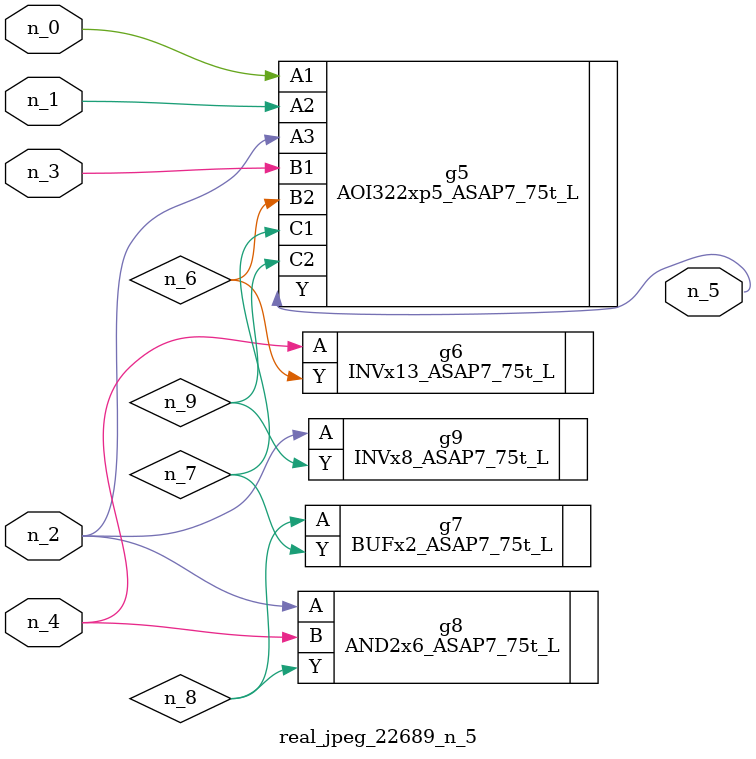
<source format=v>
module real_jpeg_22689_n_5 (n_4, n_0, n_1, n_2, n_3, n_5);

input n_4;
input n_0;
input n_1;
input n_2;
input n_3;

output n_5;

wire n_8;
wire n_6;
wire n_7;
wire n_9;

AOI322xp5_ASAP7_75t_L g5 ( 
.A1(n_0),
.A2(n_1),
.A3(n_2),
.B1(n_3),
.B2(n_6),
.C1(n_7),
.C2(n_9),
.Y(n_5)
);

AND2x6_ASAP7_75t_L g8 ( 
.A(n_2),
.B(n_4),
.Y(n_8)
);

INVx8_ASAP7_75t_L g9 ( 
.A(n_2),
.Y(n_9)
);

INVx13_ASAP7_75t_L g6 ( 
.A(n_4),
.Y(n_6)
);

BUFx2_ASAP7_75t_L g7 ( 
.A(n_8),
.Y(n_7)
);


endmodule
</source>
